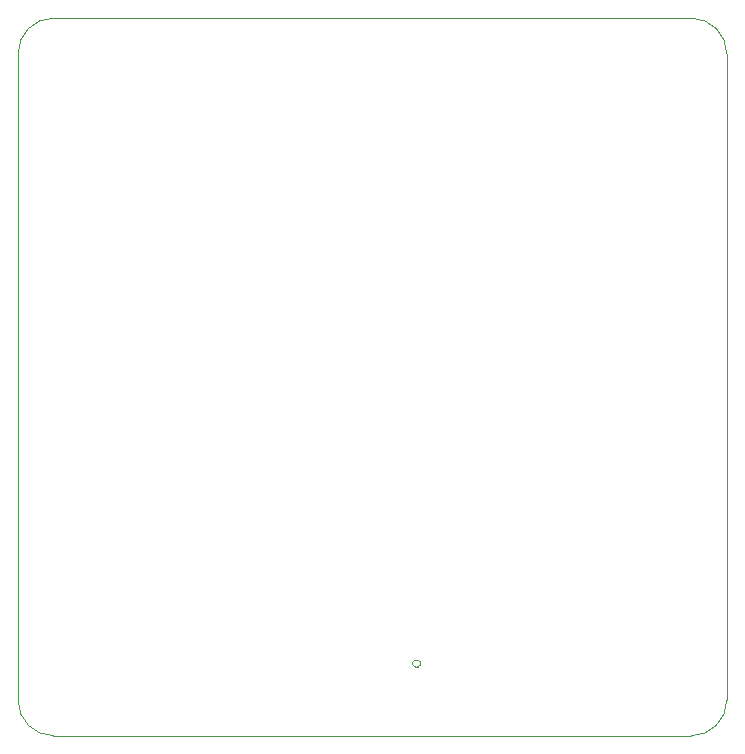
<source format=gbr>
%TF.GenerationSoftware,KiCad,Pcbnew,8.0.0*%
%TF.CreationDate,2024-08-26T22:32:04-07:00*%
%TF.ProjectId,BattleBot,42617474-6c65-4426-9f74-2e6b69636164,rev?*%
%TF.SameCoordinates,Original*%
%TF.FileFunction,Profile,NP*%
%FSLAX46Y46*%
G04 Gerber Fmt 4.6, Leading zero omitted, Abs format (unit mm)*
G04 Created by KiCad (PCBNEW 8.0.0) date 2024-08-26 22:32:04*
%MOMM*%
%LPD*%
G01*
G04 APERTURE LIST*
%TA.AperFunction,Profile*%
%ADD10C,0.050000*%
%TD*%
%TA.AperFunction,Profile*%
%ADD11C,0.010000*%
%TD*%
G04 APERTURE END LIST*
D10*
X207000000Y-125000000D02*
X153000000Y-125000000D01*
X150000000Y-67242640D02*
G75*
G02*
X153000000Y-64242600I3000000J40D01*
G01*
X210000000Y-67242640D02*
X210000001Y-122000001D01*
X153000000Y-64242640D02*
X207000000Y-64242640D01*
X153000000Y-125000000D02*
G75*
G02*
X150000000Y-122000000I0J3000000D01*
G01*
X210000001Y-122000001D02*
G75*
G02*
X207000001Y-125000001I-3000001J1D01*
G01*
X207000000Y-64242640D02*
G75*
G02*
X209999960Y-67242640I0J-2999960D01*
G01*
X150000000Y-122000000D02*
X150000000Y-67242640D01*
D11*
%TO.C,J11*%
X183650000Y-118625000D02*
X183850000Y-118625000D01*
X183850000Y-119145000D02*
X183650000Y-119145000D01*
X183390000Y-118885000D02*
G75*
G02*
X183650000Y-118625000I260000J0D01*
G01*
X183650000Y-119145000D02*
G75*
G02*
X183390000Y-118885000I0J260000D01*
G01*
X183850000Y-118625000D02*
G75*
G02*
X184110000Y-118885000I0J-260000D01*
G01*
X184110000Y-118885000D02*
G75*
G02*
X183850000Y-119145000I-260000J0D01*
G01*
%TD*%
M02*

</source>
